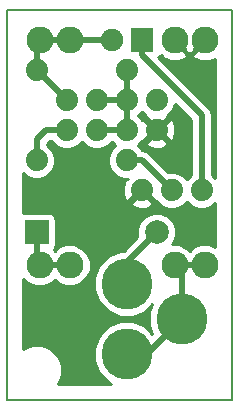
<source format=gbr>
%TF.GenerationSoftware,KiCad,Pcbnew,4.0.2+dfsg1-stable*%
%TF.CreationDate,2018-09-12T10:27:24+08:00*%
%TF.ProjectId,aircon board,616972636F6E20626F6172642E6B6963,rev?*%
%TF.FileFunction,Copper,L1,Top,Signal*%
%FSLAX46Y46*%
G04 Gerber Fmt 4.6, Leading zero omitted, Abs format (unit mm)*
G04 Created by KiCad (PCBNEW 4.0.2+dfsg1-stable) date Wednesday, 12 September, 2018 10:27:24 AM +08*
%MOMM*%
G01*
G04 APERTURE LIST*
%ADD10C,2.000000*%
%ADD11C,0.150000*%
%ADD12C,1.998980*%
%ADD13R,1.998980X1.998980*%
%ADD14R,1.900000X2.000000*%
%ADD15C,1.900000*%
%ADD16C,1.879600*%
%ADD17C,4.318000*%
%ADD18C,2.286000*%
%ADD19C,0.500000*%
%ADD20C,0.254000*%
G04 APERTURE END LIST*
D10*
D11*
X158750000Y-99060000D02*
X158750000Y-66040000D01*
X177800000Y-99060000D02*
X158750000Y-99060000D01*
X177800000Y-66040000D02*
X177800000Y-99060000D01*
X158750000Y-66040000D02*
X177800000Y-66040000D01*
D12*
X171450000Y-84833460D03*
D13*
X161290000Y-84833460D03*
D14*
X170180000Y-68580000D03*
D15*
X167640000Y-68580000D03*
D16*
X163830000Y-76200000D03*
X163830000Y-73660000D03*
X166370000Y-76200000D03*
X166370000Y-73660000D03*
X168910000Y-76200000D03*
X168910000Y-73660000D03*
X171450000Y-76200000D03*
X171450000Y-73660000D03*
X161290000Y-71120000D03*
X168910000Y-71120000D03*
X168910000Y-78740000D03*
X161290000Y-78740000D03*
X170180000Y-81280000D03*
X172720000Y-81280000D03*
X175260000Y-81280000D03*
D17*
X168910000Y-95171260D03*
X173609000Y-92171520D03*
X168910000Y-89171780D03*
D18*
X175514000Y-68580000D03*
X172974000Y-68580000D03*
X164084000Y-68580000D03*
X161544000Y-68580000D03*
X161544000Y-87630000D03*
X164084000Y-87630000D03*
X172974000Y-87630000D03*
X175514000Y-87630000D03*
D19*
X161544000Y-87630000D02*
X164084000Y-87630000D01*
X161290000Y-84833460D02*
X161290000Y-87376000D01*
X161290000Y-87376000D02*
X161544000Y-87630000D01*
X170180000Y-68580000D02*
X170180000Y-69850000D01*
X175260000Y-74930000D02*
X175260000Y-81280000D01*
X170180000Y-69850000D02*
X175260000Y-74930000D01*
X164084000Y-68580000D02*
X167640000Y-68580000D01*
X161544000Y-68580000D02*
X164084000Y-68580000D01*
X161290000Y-71120000D02*
X161290000Y-68834000D01*
X161290000Y-68834000D02*
X161544000Y-68580000D01*
X161290000Y-71120000D02*
X163830000Y-73660000D01*
X167513000Y-68453000D02*
X167640000Y-68580000D01*
X163830000Y-73660000D02*
X163830000Y-73152000D01*
X161290000Y-78740000D02*
X161290000Y-76962000D01*
X162052000Y-76200000D02*
X163830000Y-76200000D01*
X161290000Y-76962000D02*
X162052000Y-76200000D01*
X168910000Y-73660000D02*
X168910000Y-71120000D01*
X166370000Y-73660000D02*
X168910000Y-73660000D01*
X168910000Y-76200000D02*
X168910000Y-73660000D01*
X166370000Y-76200000D02*
X168910000Y-76200000D01*
X168529000Y-71501000D02*
X168910000Y-71120000D01*
X168910000Y-78740000D02*
X170180000Y-78740000D01*
X170180000Y-78740000D02*
X172720000Y-81280000D01*
X168910000Y-89171780D02*
X168910000Y-87373460D01*
X168910000Y-87373460D02*
X171450000Y-84833460D01*
X168910000Y-89171780D02*
X168910000Y-87627460D01*
X173609000Y-92171520D02*
X173609000Y-88265000D01*
X173609000Y-88265000D02*
X172974000Y-87630000D01*
X172974000Y-87630000D02*
X175514000Y-87630000D01*
X168910000Y-95171260D02*
X170609260Y-95171260D01*
X170609260Y-95171260D02*
X173609000Y-92171520D01*
D20*
G36*
X162494171Y-77090887D02*
X162936783Y-77534272D01*
X163515379Y-77774526D01*
X164141873Y-77775073D01*
X164720887Y-77535829D01*
X165100273Y-77157104D01*
X165476783Y-77534272D01*
X166055379Y-77774526D01*
X166681873Y-77775073D01*
X167260887Y-77535829D01*
X167640273Y-77157104D01*
X167952896Y-77470273D01*
X167575728Y-77846783D01*
X167335474Y-78425379D01*
X167334927Y-79051873D01*
X167574171Y-79630887D01*
X168016783Y-80074272D01*
X168595379Y-80314526D01*
X169035302Y-80314910D01*
X169071030Y-80350638D01*
X168810420Y-80441923D01*
X168593955Y-81029833D01*
X168618951Y-81655828D01*
X168810420Y-82118077D01*
X169071032Y-82209363D01*
X170000395Y-81280000D01*
X169986253Y-81265858D01*
X170165858Y-81086253D01*
X170180000Y-81100395D01*
X170194143Y-81086253D01*
X170373748Y-81265858D01*
X170359605Y-81280000D01*
X171288968Y-82209363D01*
X171387964Y-82174687D01*
X171826783Y-82614272D01*
X172405379Y-82854526D01*
X173031873Y-82855073D01*
X173610887Y-82615829D01*
X173990273Y-82237104D01*
X174366783Y-82614272D01*
X174945379Y-82854526D01*
X175571873Y-82855073D01*
X176150887Y-82615829D01*
X176403000Y-82364156D01*
X176403000Y-86073955D01*
X175869218Y-85852309D01*
X175161886Y-85851692D01*
X174508160Y-86121806D01*
X174243978Y-86385528D01*
X173982471Y-86123564D01*
X173329218Y-85852309D01*
X172743422Y-85851798D01*
X172834846Y-85760533D01*
X173084206Y-85160007D01*
X173084774Y-84509766D01*
X172836462Y-83908805D01*
X172377073Y-83448614D01*
X171776547Y-83199254D01*
X171126306Y-83198686D01*
X170525345Y-83446998D01*
X170065154Y-83906387D01*
X169815794Y-84506913D01*
X169815226Y-85157154D01*
X169832623Y-85199258D01*
X168654324Y-86377556D01*
X168356677Y-86377296D01*
X167329394Y-86801761D01*
X166542743Y-87587040D01*
X166116486Y-88613581D01*
X166115516Y-89725103D01*
X166539981Y-90752386D01*
X167325260Y-91539037D01*
X168351801Y-91965294D01*
X169463323Y-91966264D01*
X170490606Y-91541799D01*
X171096218Y-90937243D01*
X170815486Y-91613321D01*
X170814516Y-92724843D01*
X171096161Y-93406474D01*
X170494740Y-92804003D01*
X169468199Y-92377746D01*
X168356677Y-92376776D01*
X167329394Y-92801241D01*
X166542743Y-93586520D01*
X166116486Y-94613061D01*
X166115516Y-95724583D01*
X166539981Y-96751866D01*
X167325260Y-97538517D01*
X167625048Y-97663000D01*
X163127128Y-97663000D01*
X163424628Y-96946541D01*
X163425370Y-96097185D01*
X163101020Y-95312200D01*
X162500959Y-94711091D01*
X161716541Y-94385372D01*
X160867185Y-94384630D01*
X160147000Y-94682205D01*
X160147000Y-88747228D01*
X160535529Y-89136436D01*
X161188782Y-89407691D01*
X161896114Y-89408308D01*
X162549840Y-89138194D01*
X162814022Y-88874472D01*
X163075529Y-89136436D01*
X163728782Y-89407691D01*
X164436114Y-89408308D01*
X165089840Y-89138194D01*
X165590436Y-88638471D01*
X165861691Y-87985218D01*
X165862308Y-87277886D01*
X165592194Y-86624160D01*
X165092471Y-86123564D01*
X164439218Y-85852309D01*
X163731886Y-85851692D01*
X163078160Y-86121806D01*
X162813978Y-86385528D01*
X162731623Y-86303029D01*
X162740931Y-86297040D01*
X162885921Y-86084840D01*
X162936930Y-85832950D01*
X162936930Y-83833970D01*
X162892652Y-83598653D01*
X162753580Y-83382529D01*
X162541380Y-83237539D01*
X162289490Y-83186530D01*
X160290510Y-83186530D01*
X160147000Y-83213533D01*
X160147000Y-82388968D01*
X169250637Y-82388968D01*
X169341923Y-82649580D01*
X169929833Y-82866045D01*
X170555828Y-82841049D01*
X171018077Y-82649580D01*
X171109363Y-82388968D01*
X170180000Y-81459605D01*
X169250637Y-82388968D01*
X160147000Y-82388968D01*
X160147000Y-79824053D01*
X160396783Y-80074272D01*
X160975379Y-80314526D01*
X161601873Y-80315073D01*
X162180887Y-80075829D01*
X162624272Y-79633217D01*
X162864526Y-79054621D01*
X162865073Y-78428127D01*
X162625829Y-77849113D01*
X162183217Y-77405728D01*
X162175000Y-77402316D01*
X162175000Y-77328580D01*
X162418579Y-77085000D01*
X162491739Y-77085000D01*
X162494171Y-77090887D01*
X162494171Y-77090887D01*
G37*
X162494171Y-77090887D02*
X162936783Y-77534272D01*
X163515379Y-77774526D01*
X164141873Y-77775073D01*
X164720887Y-77535829D01*
X165100273Y-77157104D01*
X165476783Y-77534272D01*
X166055379Y-77774526D01*
X166681873Y-77775073D01*
X167260887Y-77535829D01*
X167640273Y-77157104D01*
X167952896Y-77470273D01*
X167575728Y-77846783D01*
X167335474Y-78425379D01*
X167334927Y-79051873D01*
X167574171Y-79630887D01*
X168016783Y-80074272D01*
X168595379Y-80314526D01*
X169035302Y-80314910D01*
X169071030Y-80350638D01*
X168810420Y-80441923D01*
X168593955Y-81029833D01*
X168618951Y-81655828D01*
X168810420Y-82118077D01*
X169071032Y-82209363D01*
X170000395Y-81280000D01*
X169986253Y-81265858D01*
X170165858Y-81086253D01*
X170180000Y-81100395D01*
X170194143Y-81086253D01*
X170373748Y-81265858D01*
X170359605Y-81280000D01*
X171288968Y-82209363D01*
X171387964Y-82174687D01*
X171826783Y-82614272D01*
X172405379Y-82854526D01*
X173031873Y-82855073D01*
X173610887Y-82615829D01*
X173990273Y-82237104D01*
X174366783Y-82614272D01*
X174945379Y-82854526D01*
X175571873Y-82855073D01*
X176150887Y-82615829D01*
X176403000Y-82364156D01*
X176403000Y-86073955D01*
X175869218Y-85852309D01*
X175161886Y-85851692D01*
X174508160Y-86121806D01*
X174243978Y-86385528D01*
X173982471Y-86123564D01*
X173329218Y-85852309D01*
X172743422Y-85851798D01*
X172834846Y-85760533D01*
X173084206Y-85160007D01*
X173084774Y-84509766D01*
X172836462Y-83908805D01*
X172377073Y-83448614D01*
X171776547Y-83199254D01*
X171126306Y-83198686D01*
X170525345Y-83446998D01*
X170065154Y-83906387D01*
X169815794Y-84506913D01*
X169815226Y-85157154D01*
X169832623Y-85199258D01*
X168654324Y-86377556D01*
X168356677Y-86377296D01*
X167329394Y-86801761D01*
X166542743Y-87587040D01*
X166116486Y-88613581D01*
X166115516Y-89725103D01*
X166539981Y-90752386D01*
X167325260Y-91539037D01*
X168351801Y-91965294D01*
X169463323Y-91966264D01*
X170490606Y-91541799D01*
X171096218Y-90937243D01*
X170815486Y-91613321D01*
X170814516Y-92724843D01*
X171096161Y-93406474D01*
X170494740Y-92804003D01*
X169468199Y-92377746D01*
X168356677Y-92376776D01*
X167329394Y-92801241D01*
X166542743Y-93586520D01*
X166116486Y-94613061D01*
X166115516Y-95724583D01*
X166539981Y-96751866D01*
X167325260Y-97538517D01*
X167625048Y-97663000D01*
X163127128Y-97663000D01*
X163424628Y-96946541D01*
X163425370Y-96097185D01*
X163101020Y-95312200D01*
X162500959Y-94711091D01*
X161716541Y-94385372D01*
X160867185Y-94384630D01*
X160147000Y-94682205D01*
X160147000Y-88747228D01*
X160535529Y-89136436D01*
X161188782Y-89407691D01*
X161896114Y-89408308D01*
X162549840Y-89138194D01*
X162814022Y-88874472D01*
X163075529Y-89136436D01*
X163728782Y-89407691D01*
X164436114Y-89408308D01*
X165089840Y-89138194D01*
X165590436Y-88638471D01*
X165861691Y-87985218D01*
X165862308Y-87277886D01*
X165592194Y-86624160D01*
X165092471Y-86123564D01*
X164439218Y-85852309D01*
X163731886Y-85851692D01*
X163078160Y-86121806D01*
X162813978Y-86385528D01*
X162731623Y-86303029D01*
X162740931Y-86297040D01*
X162885921Y-86084840D01*
X162936930Y-85832950D01*
X162936930Y-83833970D01*
X162892652Y-83598653D01*
X162753580Y-83382529D01*
X162541380Y-83237539D01*
X162289490Y-83186530D01*
X160290510Y-83186530D01*
X160147000Y-83213533D01*
X160147000Y-82388968D01*
X169250637Y-82388968D01*
X169341923Y-82649580D01*
X169929833Y-82866045D01*
X170555828Y-82841049D01*
X171018077Y-82649580D01*
X171109363Y-82388968D01*
X170180000Y-81459605D01*
X169250637Y-82388968D01*
X160147000Y-82388968D01*
X160147000Y-79824053D01*
X160396783Y-80074272D01*
X160975379Y-80314526D01*
X161601873Y-80315073D01*
X162180887Y-80075829D01*
X162624272Y-79633217D01*
X162864526Y-79054621D01*
X162865073Y-78428127D01*
X162625829Y-77849113D01*
X162183217Y-77405728D01*
X162175000Y-77402316D01*
X162175000Y-77328580D01*
X162418579Y-77085000D01*
X162491739Y-77085000D01*
X162494171Y-77090887D01*
G36*
X174375000Y-75296579D02*
X174375000Y-79941739D01*
X174369113Y-79944171D01*
X173989727Y-80322896D01*
X173613217Y-79945728D01*
X173034621Y-79705474D01*
X172408127Y-79704927D01*
X172399904Y-79708325D01*
X170805790Y-78114210D01*
X170518675Y-77922367D01*
X170462484Y-77911190D01*
X170254374Y-77869793D01*
X170245829Y-77849113D01*
X169867104Y-77469727D01*
X170028143Y-77308968D01*
X170520637Y-77308968D01*
X170611923Y-77569580D01*
X171199833Y-77786045D01*
X171825828Y-77761049D01*
X172288077Y-77569580D01*
X172379363Y-77308968D01*
X171450000Y-76379605D01*
X170520637Y-77308968D01*
X170028143Y-77308968D01*
X170242601Y-77094885D01*
X170341032Y-77129363D01*
X171270395Y-76200000D01*
X171629605Y-76200000D01*
X172558968Y-77129363D01*
X172819580Y-77038077D01*
X173036045Y-76450167D01*
X173011049Y-75824172D01*
X172819580Y-75361923D01*
X172558968Y-75270637D01*
X171629605Y-76200000D01*
X171270395Y-76200000D01*
X170341032Y-75270637D01*
X170242036Y-75305313D01*
X169867104Y-74929727D01*
X170180273Y-74617104D01*
X170555115Y-74992601D01*
X170520637Y-75091032D01*
X171450000Y-76020395D01*
X172379363Y-75091032D01*
X172344687Y-74992036D01*
X172784272Y-74553217D01*
X173024526Y-73974621D01*
X173024551Y-73946130D01*
X174375000Y-75296579D01*
X174375000Y-75296579D01*
G37*
X174375000Y-75296579D02*
X174375000Y-79941739D01*
X174369113Y-79944171D01*
X173989727Y-80322896D01*
X173613217Y-79945728D01*
X173034621Y-79705474D01*
X172408127Y-79704927D01*
X172399904Y-79708325D01*
X170805790Y-78114210D01*
X170518675Y-77922367D01*
X170462484Y-77911190D01*
X170254374Y-77869793D01*
X170245829Y-77849113D01*
X169867104Y-77469727D01*
X170028143Y-77308968D01*
X170520637Y-77308968D01*
X170611923Y-77569580D01*
X171199833Y-77786045D01*
X171825828Y-77761049D01*
X172288077Y-77569580D01*
X172379363Y-77308968D01*
X171450000Y-76379605D01*
X170520637Y-77308968D01*
X170028143Y-77308968D01*
X170242601Y-77094885D01*
X170341032Y-77129363D01*
X171270395Y-76200000D01*
X171629605Y-76200000D01*
X172558968Y-77129363D01*
X172819580Y-77038077D01*
X173036045Y-76450167D01*
X173011049Y-75824172D01*
X172819580Y-75361923D01*
X172558968Y-75270637D01*
X171629605Y-76200000D01*
X171270395Y-76200000D01*
X170341032Y-75270637D01*
X170242036Y-75305313D01*
X169867104Y-74929727D01*
X170180273Y-74617104D01*
X170555115Y-74992601D01*
X170520637Y-75091032D01*
X171450000Y-76020395D01*
X172379363Y-75091032D01*
X172344687Y-74992036D01*
X172784272Y-74553217D01*
X173024526Y-73974621D01*
X173024551Y-73946130D01*
X174375000Y-75296579D01*
G36*
X175707748Y-68565858D02*
X175693605Y-68580000D01*
X175707748Y-68594143D01*
X175528143Y-68773748D01*
X175514000Y-68759605D01*
X174437642Y-69835963D01*
X174553806Y-70117658D01*
X175215333Y-70368062D01*
X175922329Y-70346249D01*
X176403000Y-70147148D01*
X176403000Y-80195947D01*
X176153217Y-79945728D01*
X176145000Y-79942316D01*
X176145000Y-74930005D01*
X176145001Y-74930000D01*
X176077633Y-74591326D01*
X176077633Y-74591325D01*
X175885790Y-74304210D01*
X175885787Y-74304208D01*
X171599394Y-70017814D01*
X171701769Y-69867983D01*
X171783697Y-69949911D01*
X171897643Y-69835965D01*
X172013806Y-70117658D01*
X172675333Y-70368062D01*
X173382329Y-70346249D01*
X173934194Y-70117658D01*
X174050358Y-69835963D01*
X172974000Y-68759605D01*
X172959858Y-68773748D01*
X172780253Y-68594143D01*
X172794395Y-68580000D01*
X172780253Y-68565858D01*
X172959858Y-68386253D01*
X172974000Y-68400395D01*
X172988143Y-68386253D01*
X173167748Y-68565858D01*
X173153605Y-68580000D01*
X173879144Y-69305539D01*
X173976342Y-69540194D01*
X174210262Y-69636657D01*
X174229963Y-69656358D01*
X174244000Y-69650569D01*
X174258037Y-69656358D01*
X174277738Y-69636657D01*
X174511658Y-69540194D01*
X174595379Y-69319016D01*
X175334395Y-68580000D01*
X175320253Y-68565858D01*
X175499858Y-68386253D01*
X175514000Y-68400395D01*
X175528143Y-68386253D01*
X175707748Y-68565858D01*
X175707748Y-68565858D01*
G37*
X175707748Y-68565858D02*
X175693605Y-68580000D01*
X175707748Y-68594143D01*
X175528143Y-68773748D01*
X175514000Y-68759605D01*
X174437642Y-69835963D01*
X174553806Y-70117658D01*
X175215333Y-70368062D01*
X175922329Y-70346249D01*
X176403000Y-70147148D01*
X176403000Y-80195947D01*
X176153217Y-79945728D01*
X176145000Y-79942316D01*
X176145000Y-74930005D01*
X176145001Y-74930000D01*
X176077633Y-74591326D01*
X176077633Y-74591325D01*
X175885790Y-74304210D01*
X175885787Y-74304208D01*
X171599394Y-70017814D01*
X171701769Y-69867983D01*
X171783697Y-69949911D01*
X171897643Y-69835965D01*
X172013806Y-70117658D01*
X172675333Y-70368062D01*
X173382329Y-70346249D01*
X173934194Y-70117658D01*
X174050358Y-69835963D01*
X172974000Y-68759605D01*
X172959858Y-68773748D01*
X172780253Y-68594143D01*
X172794395Y-68580000D01*
X172780253Y-68565858D01*
X172959858Y-68386253D01*
X172974000Y-68400395D01*
X172988143Y-68386253D01*
X173167748Y-68565858D01*
X173153605Y-68580000D01*
X173879144Y-69305539D01*
X173976342Y-69540194D01*
X174210262Y-69636657D01*
X174229963Y-69656358D01*
X174244000Y-69650569D01*
X174258037Y-69656358D01*
X174277738Y-69636657D01*
X174511658Y-69540194D01*
X174595379Y-69319016D01*
X175334395Y-68580000D01*
X175320253Y-68565858D01*
X175499858Y-68386253D01*
X175514000Y-68400395D01*
X175528143Y-68386253D01*
X175707748Y-68565858D01*
M02*

</source>
